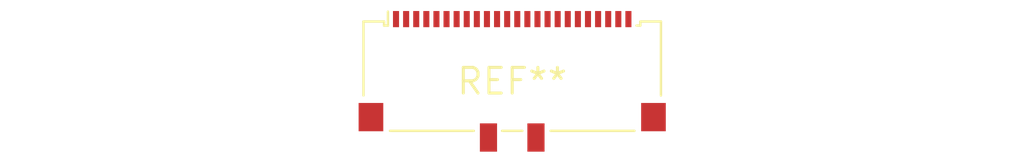
<source format=kicad_pcb>
(kicad_pcb (version 20240108) (generator pcbnew)
  (layers (0 "F.Cu" signal) (31 "B.Cu" signal) (34 "B.Paste" user) (35 "F.Paste" user) (36 "B.SilkS" user "B.Silkscreen") (37 "F.SilkS" user "F.Silkscreen") (38 "B.Mask" user) (39 "F.Mask" user) (44 "Edge.Cuts" user))
  (net 0 "")
  (footprint "Molex_502244-2430_1x24-1MP_P0.5mm_Horizontal" (layer "F.Cu") (at 0 0)
    (property "Reference" "REF**")
    (property "Value" "Molex_502244-2430_1x24-1MP_P0.5mm_Horizontal")
    (fp_line (start -7.36 -2.96) (end -6.35 -2.96) (layer "F.SilkS") (stroke (width 0.12)))
    (fp_line (start -7.36 0.7) (end -7.36 -2.96) (layer "F.SilkS") (stroke (width 0.12)))
    (fp_line (start -6.34 -2.76) (end -6.34 -2.96) (layer "F.SilkS") (stroke (width 0.12)))
    (fp_line (start -6.34 -2.76) (end -6.15 -2.76) (layer "F.SilkS") (stroke (width 0.12)))
    (fp_line (start -6.15 -2.76) (end -6.15 -3.45) (layer "F.SilkS") (stroke (width 0.12)))
    (fp_line (start -6.05 2.45) (end -1.9 2.45) (layer "F.SilkS") (stroke (width 0.12)))
    (fp_line (start -0.5 2.45) (end 0.5 2.45) (layer "F.SilkS") (stroke (width 0.12)))
    (fp_line (start 1.9 2.45) (end 6.05 2.45) (layer "F.SilkS") (stroke (width 0.12)))
    (fp_line (start 6.34 -2.96) (end 6.34 -2.76) (layer "F.SilkS") (stroke (width 0.12)))
    (fp_line (start 6.34 -2.76) (end 6.15 -2.76) (layer "F.SilkS") (stroke (width 0.12)))
    (fp_line (start 6.35 -2.96) (end 7.36 -2.96) (layer "F.SilkS") (stroke (width 0.12)))
    (fp_line (start 7.36 -2.96) (end 7.36 0.7) (layer "F.SilkS") (stroke (width 0.12)))
    (pad "1" smd rect (at -5.75 -3.08) (size 0.3 0.8) (layers "F.Cu" "F.Paste" "F.Mask"))
    (pad "2" smd rect (at -5.25 -3.08) (size 0.3 0.8) (layers "F.Cu" "F.Paste" "F.Mask"))
    (pad "3" smd rect (at -4.75 -3.08) (size 0.3 0.8) (layers "F.Cu" "F.Paste" "F.Mask"))
    (pad "4" smd rect (at -4.25 -3.08) (size 0.3 0.8) (layers "F.Cu" "F.Paste" "F.Mask"))
    (pad "5" smd rect (at -3.75 -3.08) (size 0.3 0.8) (layers "F.Cu" "F.Paste" "F.Mask"))
    (pad "6" smd rect (at -3.25 -3.08) (size 0.3 0.8) (layers "F.Cu" "F.Paste" "F.Mask"))
    (pad "7" smd rect (at -2.75 -3.08) (size 0.3 0.8) (layers "F.Cu" "F.Paste" "F.Mask"))
    (pad "8" smd rect (at -2.25 -3.08) (size 0.3 0.8) (layers "F.Cu" "F.Paste" "F.Mask"))
    (pad "9" smd rect (at -1.75 -3.08) (size 0.3 0.8) (layers "F.Cu" "F.Paste" "F.Mask"))
    (pad "10" smd rect (at -1.25 -3.08) (size 0.3 0.8) (layers "F.Cu" "F.Paste" "F.Mask"))
    (pad "11" smd rect (at -0.75 -3.08) (size 0.3 0.8) (layers "F.Cu" "F.Paste" "F.Mask"))
    (pad "12" smd rect (at -0.25 -3.08) (size 0.3 0.8) (layers "F.Cu" "F.Paste" "F.Mask"))
    (pad "13" smd rect (at 0.25 -3.08) (size 0.3 0.8) (layers "F.Cu" "F.Paste" "F.Mask"))
    (pad "14" smd rect (at 0.75 -3.08) (size 0.3 0.8) (layers "F.Cu" "F.Paste" "F.Mask"))
    (pad "15" smd rect (at 1.25 -3.08) (size 0.3 0.8) (layers "F.Cu" "F.Paste" "F.Mask"))
    (pad "16" smd rect (at 1.75 -3.08) (size 0.3 0.8) (layers "F.Cu" "F.Paste" "F.Mask"))
    (pad "17" smd rect (at 2.25 -3.08) (size 0.3 0.8) (layers "F.Cu" "F.Paste" "F.Mask"))
    (pad "18" smd rect (at 2.75 -3.08) (size 0.3 0.8) (layers "F.Cu" "F.Paste" "F.Mask"))
    (pad "19" smd rect (at 3.25 -3.08) (size 0.3 0.8) (layers "F.Cu" "F.Paste" "F.Mask"))
    (pad "20" smd rect (at 3.75 -3.08) (size 0.3 0.8) (layers "F.Cu" "F.Paste" "F.Mask"))
    (pad "21" smd rect (at 4.25 -3.08) (size 0.3 0.8) (layers "F.Cu" "F.Paste" "F.Mask"))
    (pad "22" smd rect (at 4.75 -3.08) (size 0.3 0.8) (layers "F.Cu" "F.Paste" "F.Mask"))
    (pad "23" smd rect (at 5.25 -3.08) (size 0.3 0.8) (layers "F.Cu" "F.Paste" "F.Mask"))
    (pad "24" smd rect (at 5.75 -3.08) (size 0.3 0.8) (layers "F.Cu" "F.Paste" "F.Mask"))
    (pad "MP" smd rect (at -6.99 1.77) (size 1.22 1.4) (layers "F.Cu" "F.Paste" "F.Mask"))
    (pad "MP" smd rect (at -1.175 2.78) (size 0.85 1.4) (layers "F.Cu" "F.Paste" "F.Mask"))
    (pad "MP" smd rect (at 1.175 2.78) (size 0.85 1.4) (layers "F.Cu" "F.Paste" "F.Mask"))
    (pad "MP" smd rect (at 6.99 1.77) (size 1.22 1.4) (layers "F.Cu" "F.Paste" "F.Mask"))
  )
)
</source>
